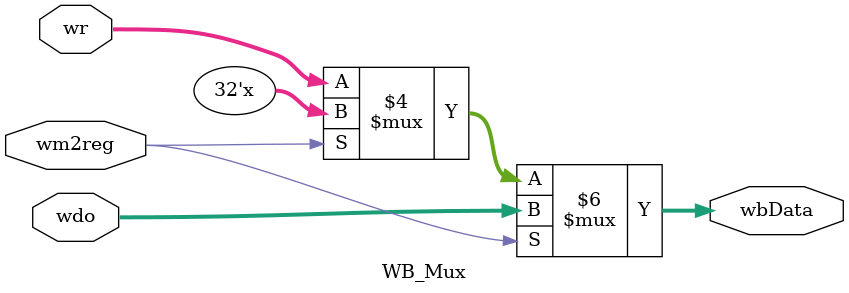
<source format=v>
`timescale 1ns / 1ps


module WB_Mux(
    input [31:0] wr,
    input [31:0] wdo,
    input wm2reg,
    
    output reg [31:0] wbData
    );
    
    always @(*)
    begin
        if (wm2reg == 0)
        begin
            wbData <= wr;
        end
        if (wm2reg ==1)
        begin
            wbData <= wdo;
        end    
    end
endmodule

</source>
